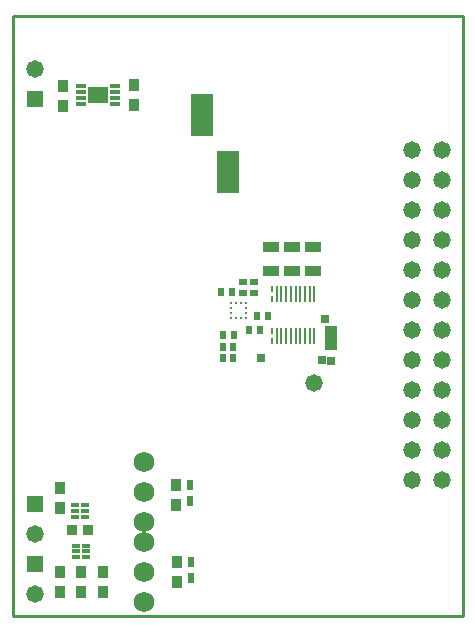
<source format=gts>
%FSLAX25Y25*%
%MOIN*%
G70*
G01*
G75*
G04 Layer_Color=128*
%ADD10R,0.03000X0.03370*%
%ADD11R,0.03000X0.03000*%
%ADD12R,0.01181X0.02559*%
%ADD13R,0.07000X0.13500*%
%ADD14R,0.06890X0.05709*%
%ADD15R,0.02953X0.01181*%
%ADD16R,0.02362X0.01181*%
%ADD17R,0.01575X0.02362*%
%ADD18C,0.00886*%
G04:AMPARAMS|DCode=19|XSize=10.83mil|YSize=57.36mil|CornerRadius=2.71mil|HoleSize=0mil|Usage=FLASHONLY|Rotation=180.000|XOffset=0mil|YOffset=0mil|HoleType=Round|Shape=RoundedRectangle|*
%AMROUNDEDRECTD19*
21,1,0.01083,0.05195,0,0,180.0*
21,1,0.00541,0.05736,0,0,180.0*
1,1,0.00541,-0.00271,0.02597*
1,1,0.00541,0.00271,0.02597*
1,1,0.00541,0.00271,-0.02597*
1,1,0.00541,-0.00271,-0.02597*
%
%ADD19ROUNDEDRECTD19*%
G04:AMPARAMS|DCode=20|XSize=10.83mil|YSize=25.79mil|CornerRadius=2.71mil|HoleSize=0mil|Usage=FLASHONLY|Rotation=180.000|XOffset=0mil|YOffset=0mil|HoleType=Round|Shape=RoundedRectangle|*
%AMROUNDEDRECTD20*
21,1,0.01083,0.02037,0,0,180.0*
21,1,0.00541,0.02579,0,0,180.0*
1,1,0.00541,-0.00271,0.01019*
1,1,0.00541,0.00271,0.01019*
1,1,0.00541,0.00271,-0.01019*
1,1,0.00541,-0.00271,-0.01019*
%
%ADD20ROUNDEDRECTD20*%
%ADD21R,0.02362X0.01575*%
%ADD22R,0.05000X0.03000*%
%ADD23R,0.03150X0.03150*%
%ADD24R,0.03937X0.07874*%
%ADD25C,0.02000*%
%ADD26C,0.01500*%
%ADD27C,0.01969*%
%ADD28C,0.01800*%
%ADD29C,0.01200*%
%ADD30C,0.00800*%
%ADD31C,0.01000*%
%ADD32C,0.00984*%
%ADD33C,0.00600*%
%ADD34C,0.01083*%
%ADD35R,0.08268X0.05118*%
%ADD36R,0.09055X0.03937*%
%ADD37R,0.07087X0.03937*%
%ADD38R,0.07087X0.04331*%
%ADD39R,0.02756X0.07087*%
%ADD40R,0.01969X0.07972*%
%ADD41C,0.00984*%
%ADD42C,0.06000*%
%ADD43C,0.05000*%
%ADD44R,0.05000X0.05000*%
%ADD45C,0.02500*%
%ADD46C,0.02000*%
%ADD47C,0.01000*%
%ADD48R,0.00295X0.00098*%
%ADD49C,0.04000*%
%ADD50C,0.00500*%
%ADD51C,0.00787*%
%ADD52C,0.00787*%
%ADD53C,0.00394*%
%ADD54C,0.00400*%
%ADD55C,0.00591*%
%ADD56C,0.00700*%
%ADD57R,0.04000X0.02100*%
%ADD58R,0.04100X0.16500*%
%ADD59R,0.10100X0.03500*%
%ADD60R,0.04200X0.16500*%
%ADD61R,0.05000X0.04000*%
%ADD62R,0.10000X0.03500*%
%ADD63R,0.03500X0.13500*%
%ADD64R,0.03000X0.16500*%
%ADD65R,0.02000X0.16500*%
%ADD66R,0.01000X0.16500*%
%ADD67R,0.03100X0.04000*%
%ADD68R,0.04000X0.04000*%
%ADD69R,0.04000X0.02200*%
%ADD70R,0.16200X0.16900*%
%ADD71R,0.05500X0.08500*%
%ADD72R,0.03000X0.03900*%
%ADD73R,0.02000X0.01100*%
%ADD74R,0.01500X0.01100*%
%ADD75R,0.01400X0.01600*%
%ADD76R,0.01600X0.01600*%
%ADD77R,0.01200X0.01300*%
%ADD78R,0.01400X0.01400*%
%ADD79R,0.01700X0.01300*%
%ADD80R,0.02500X0.02700*%
%ADD81R,0.01800X0.02000*%
%ADD82R,0.01200X0.01000*%
%ADD83R,0.00800X0.01000*%
%ADD84R,0.01900X0.01700*%
%ADD85R,0.02000X0.01600*%
%ADD86R,0.01300X0.01100*%
%ADD87R,0.01100X0.00900*%
%ADD88R,0.02100X0.01100*%
%ADD89R,0.03000X0.02700*%
%ADD90R,0.01700X0.01600*%
%ADD91R,0.01500X0.01300*%
%ADD92R,0.01600X0.01500*%
%ADD93R,0.00800X0.00800*%
%ADD94R,0.01200X0.01200*%
%ADD95R,0.01100X0.01000*%
%ADD96R,0.01600X0.01300*%
%ADD97R,0.01500X0.01400*%
%ADD98R,0.03900X0.04700*%
%ADD99R,0.02500X0.01000*%
%ADD100R,0.22409X0.12000*%
%ADD101R,0.16300X0.12000*%
%ADD102R,0.01693X0.01516*%
%ADD103R,0.06090X0.04909*%
G04:AMPARAMS|DCode=104|XSize=7.09mil|YSize=53.62mil|CornerRadius=1.77mil|HoleSize=0mil|Usage=FLASHONLY|Rotation=180.000|XOffset=0mil|YOffset=0mil|HoleType=Round|Shape=RoundedRectangle|*
%AMROUNDEDRECTD104*
21,1,0.00709,0.05008,0,0,180.0*
21,1,0.00354,0.05362,0,0,180.0*
1,1,0.00354,-0.00177,0.02504*
1,1,0.00354,0.00177,0.02504*
1,1,0.00354,0.00177,-0.02504*
1,1,0.00354,-0.00177,-0.02504*
%
%ADD104ROUNDEDRECTD104*%
G04:AMPARAMS|DCode=105|XSize=7.09mil|YSize=22.05mil|CornerRadius=1.77mil|HoleSize=0mil|Usage=FLASHONLY|Rotation=180.000|XOffset=0mil|YOffset=0mil|HoleType=Round|Shape=RoundedRectangle|*
%AMROUNDEDRECTD105*
21,1,0.00709,0.01850,0,0,180.0*
21,1,0.00354,0.02205,0,0,180.0*
1,1,0.00354,-0.00177,0.00925*
1,1,0.00354,0.00177,0.00925*
1,1,0.00354,0.00177,-0.00925*
1,1,0.00354,-0.00177,-0.00925*
%
%ADD105ROUNDEDRECTD105*%
%ADD106O,0.00709X0.02205*%
%ADD107O,0.00709X0.05362*%
%ADD108R,0.03800X0.04170*%
%ADD109R,0.03800X0.03800*%
%ADD110R,0.01981X0.03359*%
%ADD111R,0.07800X0.14300*%
%ADD112R,0.03353X0.01581*%
%ADD113R,0.02762X0.01581*%
%ADD114R,0.02375X0.03162*%
%ADD115R,0.03162X0.02375*%
%ADD116R,0.05800X0.03800*%
%ADD117C,0.06800*%
%ADD118C,0.05800*%
%ADD119R,0.05800X0.05800*%
D11*
X103937Y99213D02*
D03*
X103150Y85433D02*
D03*
X82677Y86221D02*
D03*
D14*
X28500Y173917D02*
D03*
D18*
X74460Y104337D02*
D03*
X76035D02*
D03*
X77609Y102762D02*
D03*
Y99613D02*
D03*
Y101187D02*
D03*
Y104337D02*
D03*
X72885Y101187D02*
D03*
Y99613D02*
D03*
X74460D02*
D03*
X76035D02*
D03*
X72885Y102762D02*
D03*
Y104337D02*
D03*
D23*
X105905Y85236D02*
D03*
D24*
Y92716D02*
D03*
D32*
X0Y0D02*
X150000D01*
X0Y200000D02*
X150000D01*
D41*
Y0D02*
Y200000D01*
X0Y0D02*
Y200000D01*
D106*
X86375Y109050D02*
D03*
Y105900D02*
D03*
Y95050D02*
D03*
Y91900D02*
D03*
D107*
X87950Y107475D02*
D03*
X89524D02*
D03*
X91099D02*
D03*
X92674D02*
D03*
X94249D02*
D03*
X95824D02*
D03*
X97398D02*
D03*
X98973D02*
D03*
X100548D02*
D03*
X87950Y93475D02*
D03*
X89524D02*
D03*
X91099D02*
D03*
X92674D02*
D03*
X94249D02*
D03*
X95824D02*
D03*
X97398D02*
D03*
X98973D02*
D03*
X100548D02*
D03*
D108*
X15748Y36050D02*
D03*
Y42690D02*
D03*
X54331Y43871D02*
D03*
Y37231D02*
D03*
X54724Y18281D02*
D03*
Y11641D02*
D03*
X15748Y14737D02*
D03*
Y8097D02*
D03*
X29921D02*
D03*
Y14737D02*
D03*
X22835Y8097D02*
D03*
Y14737D02*
D03*
X40291Y177190D02*
D03*
Y170550D02*
D03*
X16831Y176844D02*
D03*
Y170204D02*
D03*
D109*
X25197Y28740D02*
D03*
X19697D02*
D03*
D110*
X59055Y38386D02*
D03*
Y43701D02*
D03*
X59449Y12795D02*
D03*
Y18110D02*
D03*
D111*
X63161Y167303D02*
D03*
X71878Y148051D02*
D03*
D112*
X22791Y174902D02*
D03*
Y176870D02*
D03*
Y172933D02*
D03*
Y170965D02*
D03*
X34209Y176870D02*
D03*
Y174902D02*
D03*
Y170965D02*
D03*
Y172933D02*
D03*
D113*
X24150Y33063D02*
D03*
Y35032D02*
D03*
Y37000D02*
D03*
X20803Y33063D02*
D03*
Y35032D02*
D03*
Y37000D02*
D03*
X21063Y23622D02*
D03*
Y21654D02*
D03*
Y19685D02*
D03*
X24409Y23622D02*
D03*
Y21654D02*
D03*
Y19685D02*
D03*
D114*
X73552Y89862D02*
D03*
X70009D02*
D03*
X73552Y86024D02*
D03*
X70009D02*
D03*
X85068Y100098D02*
D03*
X81524D02*
D03*
X78768Y95374D02*
D03*
X82312D02*
D03*
X73060Y108268D02*
D03*
X69516D02*
D03*
X73590Y93675D02*
D03*
X70047D02*
D03*
D115*
X76575Y111446D02*
D03*
Y107902D02*
D03*
X80413D02*
D03*
Y111446D02*
D03*
D116*
X100103Y115088D02*
D03*
Y123088D02*
D03*
X93115D02*
D03*
Y115088D02*
D03*
X86127D02*
D03*
Y123088D02*
D03*
D117*
X43795Y4724D02*
D03*
Y14724D02*
D03*
Y24724D02*
D03*
Y31496D02*
D03*
Y41496D02*
D03*
Y51496D02*
D03*
D118*
X133000Y155500D02*
D03*
Y145500D02*
D03*
Y135500D02*
D03*
Y125500D02*
D03*
X143000Y155500D02*
D03*
Y145500D02*
D03*
Y135500D02*
D03*
Y125500D02*
D03*
X133000Y75500D02*
D03*
Y65500D02*
D03*
Y55500D02*
D03*
Y45500D02*
D03*
X143000Y115500D02*
D03*
Y105500D02*
D03*
Y95500D02*
D03*
Y85500D02*
D03*
X7500Y182500D02*
D03*
X143000Y75500D02*
D03*
Y65500D02*
D03*
Y55500D02*
D03*
Y45500D02*
D03*
X7500Y7500D02*
D03*
Y27500D02*
D03*
X133000Y115500D02*
D03*
Y105500D02*
D03*
Y95500D02*
D03*
Y85500D02*
D03*
X100394Y77953D02*
D03*
D119*
X7500Y172500D02*
D03*
Y17500D02*
D03*
Y37500D02*
D03*
M02*

</source>
